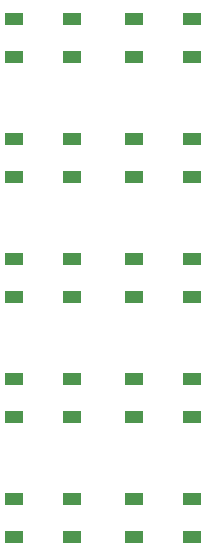
<source format=gbr>
%TF.GenerationSoftware,KiCad,Pcbnew,(5.1.7)-1*%
%TF.CreationDate,2020-11-03T00:11:48-08:00*%
%TF.ProjectId,testpcb,74657374-7063-4622-9e6b-696361645f70,rev?*%
%TF.SameCoordinates,Original*%
%TF.FileFunction,Paste,Top*%
%TF.FilePolarity,Positive*%
%FSLAX46Y46*%
G04 Gerber Fmt 4.6, Leading zero omitted, Abs format (unit mm)*
G04 Created by KiCad (PCBNEW (5.1.7)-1) date 2020-11-03 00:11:48*
%MOMM*%
%LPD*%
G01*
G04 APERTURE LIST*
%ADD10R,1.500000X1.000000*%
G04 APERTURE END LIST*
D10*
%TO.C,devon*%
X52160000Y-124130000D03*
X52160000Y-127330000D03*
X57060000Y-124130000D03*
X57060000Y-127330000D03*
%TD*%
%TO.C,patrick*%
X62320000Y-103810000D03*
X62320000Y-107010000D03*
X67220000Y-103810000D03*
X67220000Y-107010000D03*
%TD*%
%TO.C,owen*%
X52160000Y-103810000D03*
X52160000Y-107010000D03*
X57060000Y-103810000D03*
X57060000Y-107010000D03*
%TD*%
%TO.C,keon*%
X62320000Y-134290000D03*
X62320000Y-137490000D03*
X67220000Y-134290000D03*
X67220000Y-137490000D03*
%TD*%
%TO.C,isabelle*%
X52160000Y-134290000D03*
X52160000Y-137490000D03*
X57060000Y-134290000D03*
X57060000Y-137490000D03*
%TD*%
%TO.C,gil*%
X62320000Y-113970000D03*
X62320000Y-117170000D03*
X67220000Y-113970000D03*
X67220000Y-117170000D03*
%TD*%
%TO.C,chinmai*%
X52160000Y-93650000D03*
X52160000Y-96850000D03*
X57060000Y-93650000D03*
X57060000Y-96850000D03*
%TD*%
%TO.C,billa*%
X62320000Y-93650000D03*
X62320000Y-96850000D03*
X67220000Y-93650000D03*
X67220000Y-96850000D03*
%TD*%
%TO.C,amrita*%
X52160000Y-113970000D03*
X52160000Y-117170000D03*
X57060000Y-113970000D03*
X57060000Y-117170000D03*
%TD*%
%TO.C,vasco*%
X62320000Y-124130000D03*
X62320000Y-127330000D03*
X67220000Y-124130000D03*
X67220000Y-127330000D03*
%TD*%
M02*

</source>
